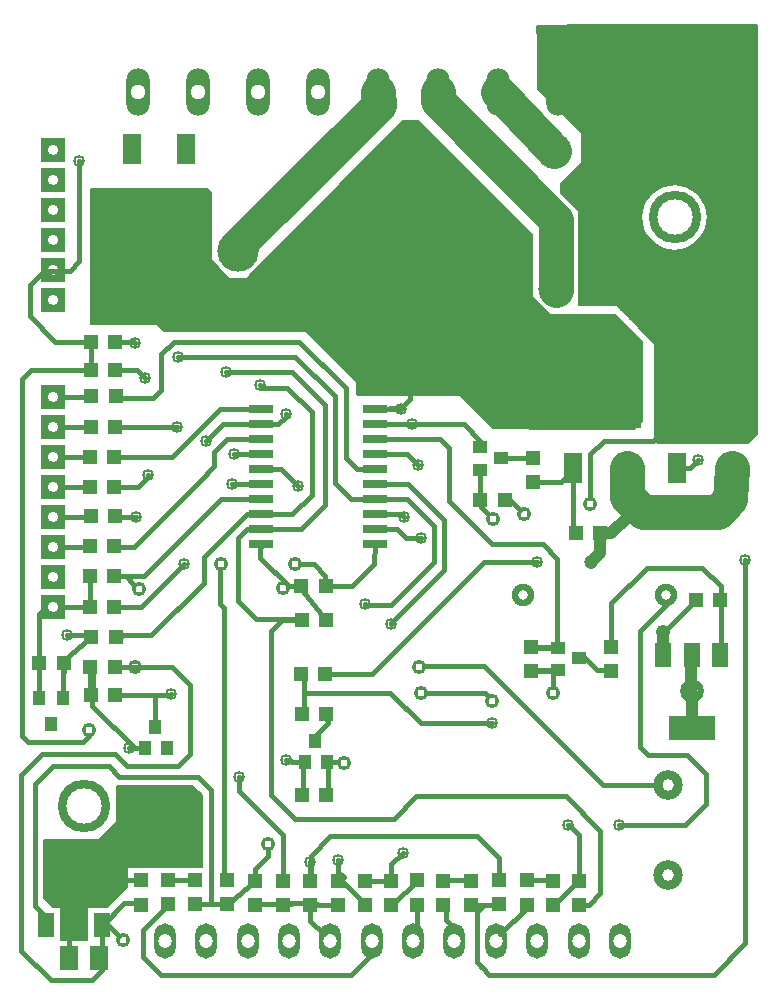
<source format=gbr>
%FSLAX23Y23*%
%MOIN*%
%ADD120O,0.07087X0.11811X0.04724*%
%ADD103O,0.07874X0.15748X0.05118*%
%ADD101R,0.08000X0.02500*%
%ADD98R,0.04000X0.04500*%
%ADD104R,0.04500X0.04000*%
%ADD93R,0.04000X0.04800*%
%ADD90R,0.04500X0.05118*%
%ADD88R,0.05118X0.04500*%
%ADD92R,0.05512X0.07874*%
%ADD96R,0.05906X0.09843*%
%ADD89R,0.06000X0.08000*%
%ADD91R,0.15748X0.07874*%
%ADD95R,0.27559X0.27559*%
%ADD10C,0.00500*%
%ADD107C,0.01800*%
%ADD110C,0.03937*%
%ADD111C,0.11811*%
%ADD100R,0.08000X0.08000X0.03543*%
%ADD109C,0.04000X0.02400*%
%ADD123C,0.04724X0.02400*%
%ADD106C,0.04800X0.02400*%
%ADD108C,0.07874X0.02400*%
%ADD105C,0.07500X0.03200*%
%ADD112C,0.07874X0.03937*%
%ADD99C,0.09843X0.03937*%
%ADD94C,0.11811X0.06000*%
%ADD97C,0.13780X0.05118*%
%ADD122C,0.17500X0.11811*%
X000Y000D02*
D02*
D10*
X121Y658D02*
Y466D01*
X152Y436*
X178*
Y324*
X266*
Y436*
X332*
X399Y502*
Y565*
X401Y567*
X649*
Y807*
X617Y838*
X366*
Y718*
X306Y658*
X121*
X178Y325D02*
X266D01*
X178Y328D02*
X266D01*
X178Y331D02*
X266D01*
X178Y334D02*
X266D01*
X178Y337D02*
X266D01*
X178Y340D02*
X266D01*
X178Y343D02*
X266D01*
X178Y346D02*
X266D01*
X178Y349D02*
X266D01*
X178Y352D02*
X266D01*
X178Y355D02*
X266D01*
X178Y358D02*
X266D01*
X178Y361D02*
X266D01*
X178Y364D02*
X266D01*
X178Y367D02*
X266D01*
X178Y370D02*
X266D01*
X178Y373D02*
X266D01*
X178Y376D02*
X266D01*
X178Y379D02*
X266D01*
X178Y382D02*
X266D01*
X178Y385D02*
X266D01*
X178Y388D02*
X266D01*
X178Y391D02*
X266D01*
X178Y394D02*
X266D01*
X178Y397D02*
X266D01*
X178Y400D02*
X266D01*
X178Y403D02*
X266D01*
X178Y406D02*
X266D01*
X178Y409D02*
X266D01*
X178Y412D02*
X266D01*
X178Y415D02*
X266D01*
X178Y418D02*
X266D01*
X178Y421D02*
X266D01*
X178Y424D02*
X266D01*
X178Y427D02*
X266D01*
X178Y430D02*
X266D01*
X178Y433D02*
X266D01*
X151Y436D02*
X332D01*
X148Y439D02*
X335D01*
X145Y442D02*
X338D01*
X142Y445D02*
X341D01*
X139Y448D02*
X344D01*
X136Y451D02*
X347D01*
X133Y454D02*
X350D01*
X130Y457D02*
X353D01*
X127Y460D02*
X356D01*
X124Y463D02*
X359D01*
X121Y466D02*
X362D01*
X121Y469D02*
X365D01*
X121Y472D02*
X368D01*
X121Y475D02*
X371D01*
X121Y478D02*
X374D01*
X121Y481D02*
X377D01*
X121Y484D02*
X380D01*
X121Y487D02*
X383D01*
X121Y490D02*
X386D01*
X121Y493D02*
X389D01*
X121Y496D02*
X392D01*
X121Y499D02*
X395D01*
X121Y502D02*
X398D01*
X121Y505D02*
X399D01*
X121Y508D02*
X399D01*
X121Y511D02*
X399D01*
X121Y514D02*
X399D01*
X121Y517D02*
X399D01*
X121Y520D02*
X399D01*
X121Y523D02*
X399D01*
X121Y526D02*
X399D01*
X121Y529D02*
X399D01*
X121Y532D02*
X399D01*
X121Y535D02*
X399D01*
X121Y538D02*
X399D01*
X121Y541D02*
X399D01*
X121Y544D02*
X399D01*
X121Y547D02*
X399D01*
X121Y550D02*
X399D01*
X121Y553D02*
X399D01*
X121Y556D02*
X399D01*
X121Y559D02*
X399D01*
X121Y562D02*
X399D01*
X121Y565D02*
X399D01*
X121Y568D02*
X649D01*
X121Y571D02*
X649D01*
X121Y574D02*
X649D01*
X121Y577D02*
X649D01*
X121Y580D02*
X649D01*
X121Y583D02*
X649D01*
X121Y586D02*
X649D01*
X121Y589D02*
X649D01*
X121Y592D02*
X649D01*
X121Y595D02*
X649D01*
X121Y598D02*
X649D01*
X121Y601D02*
X649D01*
X121Y604D02*
X649D01*
X121Y607D02*
X649D01*
X121Y610D02*
X649D01*
X121Y613D02*
X649D01*
X121Y616D02*
X649D01*
X121Y619D02*
X649D01*
X121Y622D02*
X649D01*
X121Y625D02*
X649D01*
X121Y628D02*
X649D01*
X121Y631D02*
X649D01*
X121Y634D02*
X649D01*
X121Y637D02*
X649D01*
X121Y640D02*
X649D01*
X121Y643D02*
X649D01*
X121Y646D02*
X649D01*
X121Y649D02*
X649D01*
X121Y652D02*
X649D01*
X121Y655D02*
X649D01*
X306Y658D02*
X649D01*
X309Y661D02*
X649D01*
X312Y664D02*
X649D01*
X315Y667D02*
X649D01*
X318Y670D02*
X649D01*
X321Y673D02*
X649D01*
X324Y676D02*
X649D01*
X327Y679D02*
X649D01*
X330Y682D02*
X649D01*
X333Y685D02*
X649D01*
X336Y688D02*
X649D01*
X339Y691D02*
X649D01*
X342Y694D02*
X649D01*
X345Y697D02*
X649D01*
X348Y700D02*
X649D01*
X351Y703D02*
X649D01*
X354Y706D02*
X649D01*
X357Y709D02*
X649D01*
X360Y712D02*
X649D01*
X363Y715D02*
X649D01*
X366Y718D02*
X649D01*
X366Y721D02*
X649D01*
X366Y724D02*
X649D01*
X366Y727D02*
X649D01*
X366Y730D02*
X649D01*
X366Y733D02*
X649D01*
X366Y736D02*
X649D01*
X366Y739D02*
X649D01*
X366Y742D02*
X649D01*
X366Y745D02*
X649D01*
X366Y748D02*
X649D01*
X366Y751D02*
X649D01*
X366Y754D02*
X649D01*
X366Y757D02*
X649D01*
X366Y760D02*
X649D01*
X366Y763D02*
X649D01*
X366Y766D02*
X649D01*
X366Y769D02*
X649D01*
X366Y772D02*
X649D01*
X366Y775D02*
X649D01*
X366Y778D02*
X649D01*
X366Y781D02*
X649D01*
X366Y784D02*
X649D01*
X366Y787D02*
X649D01*
X366Y790D02*
X649D01*
X366Y793D02*
X649D01*
X366Y796D02*
X649D01*
X366Y799D02*
X649D01*
X366Y802D02*
X649D01*
X366Y805D02*
X649D01*
X366Y808D02*
X647D01*
X366Y811D02*
X644D01*
X366Y814D02*
X641D01*
X366Y817D02*
X638D01*
X366Y820D02*
X635D01*
X366Y823D02*
X632D01*
X366Y826D02*
X629D01*
X366Y829D02*
X626D01*
X366Y832D02*
X623D01*
X366Y835D02*
X620D01*
X366Y838D02*
X617D01*
X280Y2379D02*
X500D01*
X523Y2356*
X1070*
X1058Y2369*
X1015Y2379*
X985Y2374*
Y2529*
X740*
X678Y2591*
Y2816*
X665Y2829*
X280*
Y2379*
X521Y2358D02*
X1069D01*
X518Y2361D02*
X1066D01*
X515Y2364D02*
X1063D01*
X512Y2367D02*
X1060D01*
X509Y2370D02*
X1054D01*
X506Y2373D02*
X1041D01*
X503Y2376D02*
X985D01*
X997D02*
X1028D01*
X280Y2379D02*
X985D01*
X280Y2382D02*
X985D01*
X280Y2385D02*
X985D01*
X280Y2388D02*
X985D01*
X280Y2391D02*
X985D01*
X280Y2394D02*
X985D01*
X280Y2397D02*
X985D01*
X280Y2400D02*
X985D01*
X280Y2403D02*
X985D01*
X280Y2406D02*
X985D01*
X280Y2409D02*
X985D01*
X280Y2412D02*
X985D01*
X280Y2415D02*
X985D01*
X280Y2418D02*
X985D01*
X280Y2421D02*
X985D01*
X280Y2424D02*
X985D01*
X280Y2427D02*
X985D01*
X280Y2430D02*
X985D01*
X280Y2433D02*
X985D01*
X280Y2436D02*
X985D01*
X280Y2439D02*
X985D01*
X280Y2442D02*
X985D01*
X280Y2445D02*
X985D01*
X280Y2448D02*
X985D01*
X280Y2451D02*
X985D01*
X280Y2454D02*
X985D01*
X280Y2457D02*
X985D01*
X280Y2460D02*
X985D01*
X280Y2463D02*
X985D01*
X280Y2466D02*
X985D01*
X280Y2469D02*
X985D01*
X280Y2472D02*
X985D01*
X280Y2475D02*
X985D01*
X280Y2478D02*
X985D01*
X280Y2481D02*
X985D01*
X280Y2484D02*
X985D01*
X280Y2487D02*
X985D01*
X280Y2490D02*
X985D01*
X280Y2493D02*
X985D01*
X280Y2496D02*
X985D01*
X280Y2499D02*
X985D01*
X280Y2502D02*
X985D01*
X280Y2505D02*
X985D01*
X280Y2508D02*
X985D01*
X280Y2511D02*
X985D01*
X280Y2514D02*
X985D01*
X280Y2517D02*
X985D01*
X280Y2520D02*
X985D01*
X280Y2523D02*
X985D01*
X280Y2526D02*
X985D01*
X280Y2529D02*
X740D01*
X280Y2532D02*
X737D01*
X280Y2535D02*
X734D01*
X280Y2538D02*
X731D01*
X280Y2541D02*
X728D01*
X280Y2544D02*
X725D01*
X280Y2547D02*
X722D01*
X280Y2550D02*
X719D01*
X280Y2553D02*
X716D01*
X280Y2556D02*
X713D01*
X280Y2559D02*
X710D01*
X280Y2562D02*
X707D01*
X280Y2565D02*
X704D01*
X280Y2568D02*
X701D01*
X280Y2571D02*
X698D01*
X280Y2574D02*
X695D01*
X280Y2577D02*
X692D01*
X280Y2580D02*
X689D01*
X280Y2583D02*
X686D01*
X280Y2586D02*
X683D01*
X280Y2589D02*
X680D01*
X280Y2592D02*
X678D01*
X280Y2595D02*
X678D01*
X280Y2598D02*
X678D01*
X280Y2601D02*
X678D01*
X280Y2604D02*
X678D01*
X280Y2607D02*
X678D01*
X280Y2610D02*
X678D01*
X280Y2613D02*
X678D01*
X280Y2616D02*
X678D01*
X280Y2619D02*
X678D01*
X280Y2622D02*
X678D01*
X280Y2625D02*
X678D01*
X280Y2628D02*
X678D01*
X280Y2631D02*
X678D01*
X280Y2634D02*
X678D01*
X280Y2637D02*
X678D01*
X280Y2640D02*
X678D01*
X280Y2643D02*
X678D01*
X280Y2646D02*
X678D01*
X280Y2649D02*
X678D01*
X280Y2652D02*
X678D01*
X280Y2655D02*
X678D01*
X280Y2658D02*
X678D01*
X280Y2661D02*
X678D01*
X280Y2664D02*
X678D01*
X280Y2667D02*
X678D01*
X280Y2670D02*
X678D01*
X280Y2673D02*
X678D01*
X280Y2676D02*
X678D01*
X280Y2679D02*
X678D01*
X280Y2682D02*
X678D01*
X280Y2685D02*
X678D01*
X280Y2688D02*
X678D01*
X280Y2691D02*
X678D01*
X280Y2694D02*
X678D01*
X280Y2697D02*
X678D01*
X280Y2700D02*
X678D01*
X280Y2703D02*
X678D01*
X280Y2706D02*
X678D01*
X280Y2709D02*
X678D01*
X280Y2712D02*
X678D01*
X280Y2715D02*
X678D01*
X280Y2718D02*
X678D01*
X280Y2721D02*
X678D01*
X280Y2724D02*
X678D01*
X280Y2727D02*
X678D01*
X280Y2730D02*
X678D01*
X280Y2733D02*
X678D01*
X280Y2736D02*
X678D01*
X280Y2739D02*
X678D01*
X280Y2742D02*
X678D01*
X280Y2745D02*
X678D01*
X280Y2748D02*
X678D01*
X280Y2751D02*
X678D01*
X280Y2754D02*
X678D01*
X280Y2757D02*
X678D01*
X280Y2760D02*
X678D01*
X280Y2763D02*
X678D01*
X280Y2766D02*
X678D01*
X280Y2769D02*
X678D01*
X280Y2772D02*
X678D01*
X280Y2775D02*
X678D01*
X280Y2778D02*
X678D01*
X280Y2781D02*
X678D01*
X280Y2784D02*
X678D01*
X280Y2787D02*
X678D01*
X280Y2790D02*
X678D01*
X280Y2793D02*
X678D01*
X280Y2796D02*
X678D01*
X280Y2799D02*
X678D01*
X280Y2802D02*
X678D01*
X280Y2805D02*
X678D01*
X280Y2808D02*
X678D01*
X280Y2811D02*
X678D01*
X280Y2814D02*
X678D01*
X280Y2817D02*
X677D01*
X280Y2820D02*
X674D01*
X280Y2823D02*
X671D01*
X280Y2826D02*
X668D01*
X2115Y2056D02*
Y2319D01*
X2025Y2409*
X1808*
X1748Y2469*
Y2674*
X1368Y3054*
X1318*
X808Y2541*
Y2539*
X750Y2481*
X978*
Y2379*
X975Y2376*
X1165Y2186*
Y2146*
X1170Y2141*
X1510*
X1620Y2031*
X1740*
X1743Y2029*
X2088*
X2115Y2056*
X1742Y2029D02*
X2088D01*
X1619Y2032D02*
X2091D01*
X1616Y2035D02*
X2094D01*
X1613Y2038D02*
X2097D01*
X1610Y2041D02*
X2100D01*
X1607Y2044D02*
X2103D01*
X1604Y2047D02*
X2106D01*
X1601Y2050D02*
X2109D01*
X1598Y2053D02*
X2112D01*
X1595Y2056D02*
X2115D01*
X1592Y2059D02*
X2115D01*
X1589Y2062D02*
X2115D01*
X1586Y2065D02*
X2115D01*
X1583Y2068D02*
X2115D01*
X1580Y2071D02*
X2115D01*
X1577Y2074D02*
X2115D01*
X1574Y2077D02*
X2115D01*
X1571Y2080D02*
X2115D01*
X1568Y2083D02*
X2115D01*
X1565Y2086D02*
X2115D01*
X1562Y2089D02*
X2115D01*
X1559Y2092D02*
X2115D01*
X1556Y2095D02*
X2115D01*
X1553Y2098D02*
X2115D01*
X1550Y2101D02*
X2115D01*
X1547Y2104D02*
X2115D01*
X1544Y2107D02*
X2115D01*
X1541Y2110D02*
X2115D01*
X1538Y2113D02*
X2115D01*
X1535Y2116D02*
X2115D01*
X1532Y2119D02*
X2115D01*
X1529Y2122D02*
X2115D01*
X1526Y2125D02*
X2115D01*
X1523Y2128D02*
X2115D01*
X1520Y2131D02*
X2115D01*
X1517Y2134D02*
X2115D01*
X1514Y2137D02*
X2115D01*
X1511Y2140D02*
X2115D01*
X1168Y2143D02*
X2115D01*
X1165Y2146D02*
X2115D01*
X1165Y2149D02*
X2115D01*
X1165Y2152D02*
X2115D01*
X1165Y2155D02*
X2115D01*
X1165Y2158D02*
X2115D01*
X1165Y2161D02*
X2115D01*
X1165Y2164D02*
X2115D01*
X1165Y2167D02*
X2115D01*
X1165Y2170D02*
X2115D01*
X1165Y2173D02*
X2115D01*
X1165Y2176D02*
X2115D01*
X1165Y2179D02*
X2115D01*
X1165Y2182D02*
X2115D01*
X1165Y2185D02*
X2115D01*
X1163Y2188D02*
X2115D01*
X1160Y2191D02*
X2115D01*
X1157Y2194D02*
X2115D01*
X1154Y2197D02*
X2115D01*
X1151Y2200D02*
X2115D01*
X1148Y2203D02*
X2115D01*
X1145Y2206D02*
X2115D01*
X1142Y2209D02*
X2115D01*
X1139Y2212D02*
X2115D01*
X1136Y2215D02*
X2115D01*
X1133Y2218D02*
X2115D01*
X1130Y2221D02*
X2115D01*
X1127Y2224D02*
X2115D01*
X1124Y2227D02*
X2115D01*
X1121Y2230D02*
X2115D01*
X1118Y2233D02*
X2115D01*
X1115Y2236D02*
X2115D01*
X1112Y2239D02*
X2115D01*
X1109Y2242D02*
X2115D01*
X1106Y2245D02*
X2115D01*
X1103Y2248D02*
X2115D01*
X1100Y2251D02*
X2115D01*
X1097Y2254D02*
X2115D01*
X1094Y2257D02*
X2115D01*
X1091Y2260D02*
X2115D01*
X1088Y2263D02*
X2115D01*
X1085Y2266D02*
X2115D01*
X1082Y2269D02*
X2115D01*
X1079Y2272D02*
X2115D01*
X1076Y2275D02*
X2115D01*
X1073Y2278D02*
X2115D01*
X1070Y2281D02*
X2115D01*
X1067Y2284D02*
X2115D01*
X1064Y2287D02*
X2115D01*
X1061Y2290D02*
X2115D01*
X1058Y2293D02*
X2115D01*
X1055Y2296D02*
X2115D01*
X1052Y2299D02*
X2115D01*
X1049Y2302D02*
X2115D01*
X1046Y2305D02*
X2115D01*
X1043Y2308D02*
X2115D01*
X1040Y2311D02*
X2115D01*
X1037Y2314D02*
X2115D01*
X1034Y2317D02*
X2115D01*
X1031Y2320D02*
X2114D01*
X1028Y2323D02*
X2111D01*
X1025Y2326D02*
X2108D01*
X1022Y2329D02*
X2105D01*
X1019Y2332D02*
X2102D01*
X1016Y2335D02*
X2099D01*
X1013Y2338D02*
X2096D01*
X1010Y2341D02*
X2093D01*
X1007Y2344D02*
X2090D01*
X1004Y2347D02*
X2087D01*
X1001Y2350D02*
X2084D01*
X998Y2353D02*
X2081D01*
X995Y2356D02*
X2078D01*
X992Y2359D02*
X2075D01*
X989Y2362D02*
X2072D01*
X986Y2365D02*
X2069D01*
X983Y2368D02*
X2066D01*
X980Y2371D02*
X2063D01*
X977Y2374D02*
X2060D01*
X976Y2377D02*
X2057D01*
X978Y2380D02*
X2054D01*
X978Y2383D02*
X2051D01*
X978Y2386D02*
X2048D01*
X978Y2389D02*
X2045D01*
X978Y2392D02*
X2042D01*
X978Y2395D02*
X2039D01*
X978Y2398D02*
X2036D01*
X978Y2401D02*
X2033D01*
X978Y2404D02*
X2030D01*
X978Y2407D02*
X2027D01*
X978Y2410D02*
X1806D01*
X978Y2413D02*
X1803D01*
X978Y2416D02*
X1800D01*
X978Y2419D02*
X1797D01*
X978Y2422D02*
X1794D01*
X978Y2425D02*
X1791D01*
X978Y2428D02*
X1788D01*
X978Y2431D02*
X1785D01*
X978Y2434D02*
X1782D01*
X978Y2437D02*
X1779D01*
X978Y2440D02*
X1776D01*
X978Y2443D02*
X1773D01*
X978Y2446D02*
X1770D01*
X978Y2449D02*
X1767D01*
X978Y2452D02*
X1764D01*
X978Y2455D02*
X1761D01*
X978Y2458D02*
X1758D01*
X978Y2461D02*
X1755D01*
X978Y2464D02*
X1752D01*
X978Y2467D02*
X1749D01*
X978Y2470D02*
X1748D01*
X978Y2473D02*
X1748D01*
X978Y2476D02*
X1748D01*
X978Y2479D02*
X1748D01*
X751Y2482D02*
X1748D01*
X754Y2485D02*
X1748D01*
X757Y2488D02*
X1748D01*
X760Y2491D02*
X1748D01*
X763Y2494D02*
X1748D01*
X766Y2497D02*
X1748D01*
X769Y2500D02*
X1748D01*
X772Y2503D02*
X1748D01*
X775Y2506D02*
X1748D01*
X778Y2509D02*
X1748D01*
X781Y2512D02*
X1748D01*
X784Y2515D02*
X1748D01*
X787Y2518D02*
X1748D01*
X790Y2521D02*
X1748D01*
X793Y2524D02*
X1748D01*
X796Y2527D02*
X1748D01*
X799Y2530D02*
X1748D01*
X802Y2533D02*
X1748D01*
X805Y2536D02*
X1748D01*
X808Y2539D02*
X1748D01*
X809Y2542D02*
X1748D01*
X812Y2545D02*
X1748D01*
X815Y2548D02*
X1748D01*
X818Y2551D02*
X1748D01*
X821Y2554D02*
X1748D01*
X824Y2557D02*
X1748D01*
X827Y2560D02*
X1748D01*
X830Y2563D02*
X1748D01*
X833Y2566D02*
X1748D01*
X836Y2569D02*
X1748D01*
X839Y2572D02*
X1748D01*
X842Y2575D02*
X1748D01*
X845Y2578D02*
X1748D01*
X848Y2581D02*
X1748D01*
X851Y2584D02*
X1748D01*
X854Y2587D02*
X1748D01*
X857Y2590D02*
X1748D01*
X860Y2593D02*
X1748D01*
X863Y2596D02*
X1748D01*
X866Y2599D02*
X1748D01*
X869Y2602D02*
X1748D01*
X872Y2605D02*
X1748D01*
X874Y2608D02*
X1748D01*
X877Y2611D02*
X1748D01*
X880Y2614D02*
X1748D01*
X883Y2617D02*
X1748D01*
X886Y2620D02*
X1748D01*
X889Y2623D02*
X1748D01*
X892Y2626D02*
X1748D01*
X895Y2629D02*
X1748D01*
X898Y2632D02*
X1748D01*
X901Y2635D02*
X1748D01*
X904Y2638D02*
X1748D01*
X907Y2641D02*
X1748D01*
X910Y2644D02*
X1748D01*
X913Y2647D02*
X1748D01*
X916Y2650D02*
X1748D01*
X919Y2653D02*
X1748D01*
X922Y2656D02*
X1748D01*
X925Y2659D02*
X1748D01*
X928Y2662D02*
X1748D01*
X931Y2665D02*
X1748D01*
X934Y2668D02*
X1748D01*
X937Y2671D02*
X1748D01*
X940Y2674D02*
X1747D01*
X943Y2677D02*
X1744D01*
X946Y2680D02*
X1741D01*
X949Y2683D02*
X1738D01*
X952Y2686D02*
X1735D01*
X955Y2689D02*
X1732D01*
X958Y2692D02*
X1729D01*
X961Y2695D02*
X1726D01*
X964Y2698D02*
X1723D01*
X967Y2701D02*
X1720D01*
X970Y2704D02*
X1717D01*
X973Y2707D02*
X1714D01*
X976Y2710D02*
X1711D01*
X979Y2713D02*
X1708D01*
X982Y2716D02*
X1705D01*
X985Y2719D02*
X1702D01*
X988Y2722D02*
X1699D01*
X991Y2725D02*
X1696D01*
X994Y2728D02*
X1693D01*
X997Y2731D02*
X1690D01*
X1000Y2734D02*
X1687D01*
X1003Y2737D02*
X1684D01*
X1006Y2740D02*
X1681D01*
X1009Y2743D02*
X1678D01*
X1012Y2746D02*
X1675D01*
X1015Y2749D02*
X1672D01*
X1018Y2752D02*
X1669D01*
X1021Y2755D02*
X1666D01*
X1024Y2758D02*
X1663D01*
X1027Y2761D02*
X1660D01*
X1030Y2764D02*
X1657D01*
X1033Y2767D02*
X1654D01*
X1036Y2770D02*
X1651D01*
X1039Y2773D02*
X1648D01*
X1042Y2776D02*
X1645D01*
X1045Y2779D02*
X1642D01*
X1048Y2782D02*
X1639D01*
X1051Y2785D02*
X1636D01*
X1054Y2788D02*
X1633D01*
X1057Y2791D02*
X1630D01*
X1060Y2794D02*
X1627D01*
X1063Y2797D02*
X1624D01*
X1066Y2800D02*
X1621D01*
X1069Y2803D02*
X1618D01*
X1072Y2806D02*
X1615D01*
X1075Y2809D02*
X1612D01*
X1077Y2812D02*
X1609D01*
X1080Y2815D02*
X1606D01*
X1083Y2818D02*
X1603D01*
X1086Y2821D02*
X1600D01*
X1089Y2824D02*
X1597D01*
X1092Y2827D02*
X1594D01*
X1095Y2830D02*
X1591D01*
X1098Y2833D02*
X1588D01*
X1101Y2836D02*
X1585D01*
X1104Y2839D02*
X1582D01*
X1107Y2842D02*
X1579D01*
X1110Y2845D02*
X1576D01*
X1113Y2848D02*
X1573D01*
X1116Y2851D02*
X1570D01*
X1119Y2854D02*
X1567D01*
X1122Y2857D02*
X1564D01*
X1125Y2860D02*
X1561D01*
X1128Y2863D02*
X1558D01*
X1131Y2866D02*
X1555D01*
X1134Y2869D02*
X1552D01*
X1137Y2872D02*
X1549D01*
X1140Y2875D02*
X1546D01*
X1143Y2878D02*
X1543D01*
X1146Y2881D02*
X1540D01*
X1149Y2884D02*
X1537D01*
X1152Y2887D02*
X1534D01*
X1155Y2890D02*
X1531D01*
X1158Y2893D02*
X1528D01*
X1161Y2896D02*
X1525D01*
X1164Y2899D02*
X1522D01*
X1167Y2902D02*
X1519D01*
X1170Y2905D02*
X1516D01*
X1173Y2908D02*
X1513D01*
X1176Y2911D02*
X1510D01*
X1179Y2914D02*
X1507D01*
X1182Y2917D02*
X1504D01*
X1185Y2920D02*
X1501D01*
X1188Y2923D02*
X1498D01*
X1191Y2926D02*
X1495D01*
X1194Y2929D02*
X1492D01*
X1197Y2932D02*
X1489D01*
X1200Y2935D02*
X1486D01*
X1203Y2938D02*
X1483D01*
X1206Y2941D02*
X1480D01*
X1209Y2944D02*
X1477D01*
X1212Y2947D02*
X1474D01*
X1215Y2950D02*
X1471D01*
X1218Y2953D02*
X1468D01*
X1221Y2956D02*
X1465D01*
X1224Y2959D02*
X1462D01*
X1227Y2962D02*
X1459D01*
X1230Y2965D02*
X1456D01*
X1233Y2968D02*
X1453D01*
X1236Y2971D02*
X1450D01*
X1239Y2974D02*
X1447D01*
X1242Y2977D02*
X1444D01*
X1245Y2980D02*
X1441D01*
X1248Y2983D02*
X1438D01*
X1251Y2986D02*
X1435D01*
X1254Y2989D02*
X1432D01*
X1257Y2992D02*
X1429D01*
X1260Y2995D02*
X1426D01*
X1263Y2998D02*
X1423D01*
X1266Y3001D02*
X1420D01*
X1269Y3004D02*
X1417D01*
X1272Y3007D02*
X1414D01*
X1275Y3010D02*
X1411D01*
X1278Y3013D02*
X1408D01*
X1280Y3016D02*
X1405D01*
X1283Y3019D02*
X1402D01*
X1286Y3022D02*
X1399D01*
X1289Y3025D02*
X1396D01*
X1292Y3028D02*
X1393D01*
X1295Y3031D02*
X1390D01*
X1298Y3034D02*
X1387D01*
X1301Y3037D02*
X1384D01*
X1304Y3040D02*
X1381D01*
X1307Y3043D02*
X1378D01*
X1310Y3046D02*
X1375D01*
X1313Y3049D02*
X1372D01*
X1316Y3052D02*
X1369D01*
X2498Y3374D02*
X1868Y3376D01*
X1863Y3371*
X1765*
Y3349*
X1768*
Y3161*
X1863Y3069*
X1915Y3016*
Y2914*
X1845Y2844*
Y2814*
X1906Y2753*
Y2676*
X2111*
Y2784*
X2172Y2845*
X2277*
X2339Y2783*
Y2682*
X2277Y2620*
X2163*
Y2622*
X2111Y2673*
X1905*
Y2442*
X2029*
Y2443*
X2160Y2312*
Y1991*
X2170Y1981*
X2468*
X2498Y2011*
Y3374*
X2170Y1982D02*
X2468D01*
X2167Y1985D02*
X2471D01*
X2164Y1988D02*
X2474D01*
X2161Y1991D02*
X2477D01*
X2160Y1994D02*
X2480D01*
X2160Y1997D02*
X2483D01*
X2160Y2000D02*
X2486D01*
X2160Y2003D02*
X2489D01*
X2160Y2006D02*
X2492D01*
X2160Y2009D02*
X2495D01*
X2160Y2012D02*
X2498D01*
X2160Y2015D02*
X2498D01*
X2160Y2018D02*
X2498D01*
X2160Y2021D02*
X2498D01*
X2160Y2024D02*
X2498D01*
X2160Y2027D02*
X2498D01*
X2160Y2030D02*
X2498D01*
X2160Y2033D02*
X2498D01*
X2160Y2036D02*
X2498D01*
X2160Y2039D02*
X2498D01*
X2160Y2042D02*
X2498D01*
X2160Y2045D02*
X2498D01*
X2160Y2048D02*
X2498D01*
X2160Y2051D02*
X2498D01*
X2160Y2054D02*
X2498D01*
X2160Y2057D02*
X2498D01*
X2160Y2060D02*
X2498D01*
X2160Y2063D02*
X2498D01*
X2160Y2066D02*
X2498D01*
X2160Y2069D02*
X2498D01*
X2160Y2072D02*
X2498D01*
X2160Y2075D02*
X2498D01*
X2160Y2078D02*
X2498D01*
X2160Y2081D02*
X2498D01*
X2160Y2084D02*
X2498D01*
X2160Y2087D02*
X2498D01*
X2160Y2090D02*
X2498D01*
X2160Y2093D02*
X2498D01*
X2160Y2096D02*
X2498D01*
X2160Y2099D02*
X2498D01*
X2160Y2102D02*
X2498D01*
X2160Y2105D02*
X2498D01*
X2160Y2108D02*
X2498D01*
X2160Y2111D02*
X2498D01*
X2160Y2114D02*
X2498D01*
X2160Y2117D02*
X2498D01*
X2160Y2120D02*
X2498D01*
X2160Y2123D02*
X2498D01*
X2160Y2126D02*
X2498D01*
X2160Y2129D02*
X2498D01*
X2160Y2132D02*
X2498D01*
X2160Y2135D02*
X2498D01*
X2160Y2138D02*
X2498D01*
X2160Y2141D02*
X2498D01*
X2160Y2144D02*
X2498D01*
X2160Y2147D02*
X2498D01*
X2160Y2150D02*
X2498D01*
X2160Y2153D02*
X2498D01*
X2160Y2156D02*
X2498D01*
X2160Y2159D02*
X2498D01*
X2160Y2162D02*
X2498D01*
X2160Y2165D02*
X2498D01*
X2160Y2168D02*
X2498D01*
X2160Y2171D02*
X2498D01*
X2160Y2174D02*
X2498D01*
X2160Y2177D02*
X2498D01*
X2160Y2180D02*
X2498D01*
X2160Y2183D02*
X2498D01*
X2160Y2186D02*
X2498D01*
X2160Y2189D02*
X2498D01*
X2160Y2192D02*
X2498D01*
X2160Y2195D02*
X2498D01*
X2160Y2198D02*
X2498D01*
X2160Y2201D02*
X2498D01*
X2160Y2204D02*
X2498D01*
X2160Y2207D02*
X2498D01*
X2160Y2210D02*
X2498D01*
X2160Y2213D02*
X2498D01*
X2160Y2216D02*
X2498D01*
X2160Y2219D02*
X2498D01*
X2160Y2222D02*
X2498D01*
X2160Y2225D02*
X2498D01*
X2160Y2228D02*
X2498D01*
X2160Y2231D02*
X2498D01*
X2160Y2234D02*
X2498D01*
X2160Y2237D02*
X2498D01*
X2160Y2240D02*
X2498D01*
X2160Y2243D02*
X2498D01*
X2160Y2246D02*
X2498D01*
X2160Y2249D02*
X2498D01*
X2160Y2252D02*
X2498D01*
X2160Y2255D02*
X2498D01*
X2160Y2258D02*
X2498D01*
X2160Y2261D02*
X2498D01*
X2160Y2264D02*
X2498D01*
X2160Y2267D02*
X2498D01*
X2160Y2270D02*
X2498D01*
X2160Y2273D02*
X2498D01*
X2160Y2276D02*
X2498D01*
X2160Y2279D02*
X2498D01*
X2160Y2282D02*
X2498D01*
X2160Y2285D02*
X2498D01*
X2160Y2288D02*
X2498D01*
X2160Y2291D02*
X2498D01*
X2160Y2294D02*
X2498D01*
X2160Y2297D02*
X2498D01*
X2160Y2300D02*
X2498D01*
X2160Y2303D02*
X2498D01*
X2160Y2306D02*
X2498D01*
X2160Y2309D02*
X2498D01*
X2160Y2312D02*
X2498D01*
X2158Y2315D02*
X2498D01*
X2155Y2318D02*
X2498D01*
X2152Y2321D02*
X2498D01*
X2149Y2324D02*
X2498D01*
X2146Y2327D02*
X2498D01*
X2143Y2330D02*
X2498D01*
X2140Y2333D02*
X2498D01*
X2137Y2336D02*
X2498D01*
X2134Y2339D02*
X2498D01*
X2131Y2342D02*
X2498D01*
X2128Y2345D02*
X2498D01*
X2125Y2348D02*
X2498D01*
X2122Y2351D02*
X2498D01*
X2119Y2354D02*
X2498D01*
X2116Y2357D02*
X2498D01*
X2113Y2360D02*
X2498D01*
X2110Y2363D02*
X2498D01*
X2107Y2366D02*
X2498D01*
X2104Y2369D02*
X2498D01*
X2101Y2372D02*
X2498D01*
X2098Y2375D02*
X2498D01*
X2095Y2378D02*
X2498D01*
X2092Y2381D02*
X2498D01*
X2089Y2384D02*
X2498D01*
X2086Y2387D02*
X2498D01*
X2083Y2390D02*
X2498D01*
X2080Y2393D02*
X2498D01*
X2077Y2396D02*
X2498D01*
X2074Y2399D02*
X2498D01*
X2071Y2402D02*
X2498D01*
X2068Y2405D02*
X2498D01*
X2065Y2408D02*
X2498D01*
X2062Y2411D02*
X2498D01*
X2059Y2414D02*
X2498D01*
X2056Y2417D02*
X2498D01*
X2053Y2420D02*
X2498D01*
X2050Y2423D02*
X2498D01*
X2047Y2426D02*
X2498D01*
X2044Y2429D02*
X2498D01*
X2041Y2432D02*
X2498D01*
X2038Y2435D02*
X2498D01*
X2035Y2438D02*
X2498D01*
X2032Y2441D02*
X2498D01*
X1905Y2444D02*
X2498D01*
X1905Y2447D02*
X2498D01*
X1905Y2450D02*
X2498D01*
X1905Y2453D02*
X2498D01*
X1905Y2456D02*
X2498D01*
X1905Y2459D02*
X2498D01*
X1905Y2462D02*
X2498D01*
X1905Y2465D02*
X2498D01*
X1905Y2468D02*
X2498D01*
X1905Y2471D02*
X2498D01*
X1905Y2474D02*
X2498D01*
X1905Y2477D02*
X2498D01*
X1905Y2480D02*
X2498D01*
X1905Y2483D02*
X2498D01*
X1905Y2486D02*
X2498D01*
X1905Y2489D02*
X2498D01*
X1905Y2492D02*
X2498D01*
X1905Y2495D02*
X2498D01*
X1905Y2498D02*
X2498D01*
X1905Y2501D02*
X2498D01*
X1905Y2504D02*
X2498D01*
X1905Y2507D02*
X2498D01*
X1905Y2510D02*
X2498D01*
X1905Y2513D02*
X2498D01*
X1905Y2516D02*
X2498D01*
X1905Y2519D02*
X2498D01*
X1905Y2522D02*
X2498D01*
X1905Y2525D02*
X2498D01*
X1905Y2528D02*
X2498D01*
X1905Y2531D02*
X2498D01*
X1905Y2534D02*
X2498D01*
X1905Y2537D02*
X2498D01*
X1905Y2540D02*
X2498D01*
X1905Y2543D02*
X2498D01*
X1905Y2546D02*
X2498D01*
X1905Y2549D02*
X2498D01*
X1905Y2552D02*
X2498D01*
X1905Y2555D02*
X2498D01*
X1905Y2558D02*
X2498D01*
X1905Y2561D02*
X2498D01*
X1905Y2564D02*
X2498D01*
X1905Y2567D02*
X2498D01*
X1905Y2570D02*
X2498D01*
X1905Y2573D02*
X2498D01*
X1905Y2576D02*
X2498D01*
X1905Y2579D02*
X2498D01*
X1905Y2582D02*
X2498D01*
X1905Y2585D02*
X2498D01*
X1905Y2588D02*
X2498D01*
X1905Y2591D02*
X2498D01*
X1905Y2594D02*
X2498D01*
X1905Y2597D02*
X2498D01*
X1905Y2600D02*
X2498D01*
X1905Y2603D02*
X2498D01*
X1905Y2606D02*
X2498D01*
X1905Y2609D02*
X2498D01*
X1905Y2612D02*
X2498D01*
X1905Y2615D02*
X2498D01*
X1905Y2618D02*
X2498D01*
X1905Y2621D02*
X2163D01*
X2278D02*
X2498D01*
X1905Y2624D02*
X2161D01*
X2281D02*
X2498D01*
X1905Y2627D02*
X2158D01*
X2284D02*
X2498D01*
X1905Y2630D02*
X2155D01*
X2287D02*
X2498D01*
X1905Y2633D02*
X2152D01*
X2290D02*
X2498D01*
X1905Y2636D02*
X2149D01*
X2293D02*
X2498D01*
X1905Y2639D02*
X2146D01*
X2296D02*
X2498D01*
X1905Y2642D02*
X2143D01*
X2299D02*
X2498D01*
X1905Y2645D02*
X2140D01*
X2302D02*
X2498D01*
X1905Y2648D02*
X2137D01*
X2305D02*
X2498D01*
X1905Y2651D02*
X2134D01*
X2308D02*
X2498D01*
X1905Y2654D02*
X2131D01*
X2311D02*
X2498D01*
X1905Y2657D02*
X2128D01*
X2314D02*
X2498D01*
X1905Y2660D02*
X2125D01*
X2317D02*
X2498D01*
X1905Y2663D02*
X2122D01*
X2320D02*
X2498D01*
X1905Y2666D02*
X2119D01*
X2323D02*
X2498D01*
X1905Y2669D02*
X2116D01*
X2326D02*
X2498D01*
X1905Y2672D02*
X2113D01*
X2329D02*
X2498D01*
X2332Y2675D02*
X2498D01*
X1906Y2678D02*
X2111D01*
X2335D02*
X2498D01*
X1906Y2681D02*
X2111D01*
X2338D02*
X2498D01*
X1906Y2684D02*
X2111D01*
X2339D02*
X2498D01*
X1906Y2687D02*
X2111D01*
X2339D02*
X2498D01*
X1906Y2690D02*
X2111D01*
X2339D02*
X2498D01*
X1906Y2693D02*
X2111D01*
X2339D02*
X2498D01*
X1906Y2696D02*
X2111D01*
X2339D02*
X2498D01*
X1906Y2699D02*
X2111D01*
X2339D02*
X2498D01*
X1906Y2702D02*
X2111D01*
X2339D02*
X2498D01*
X1906Y2705D02*
X2111D01*
X2339D02*
X2498D01*
X1906Y2708D02*
X2111D01*
X2339D02*
X2498D01*
X1906Y2711D02*
X2111D01*
X2339D02*
X2498D01*
X1906Y2714D02*
X2111D01*
X2339D02*
X2498D01*
X1906Y2717D02*
X2111D01*
X2339D02*
X2498D01*
X1906Y2720D02*
X2111D01*
X2339D02*
X2498D01*
X1906Y2723D02*
X2111D01*
X2339D02*
X2498D01*
X1906Y2726D02*
X2111D01*
X2339D02*
X2498D01*
X1906Y2729D02*
X2111D01*
X2339D02*
X2498D01*
X1906Y2732D02*
X2111D01*
X2339D02*
X2498D01*
X1906Y2735D02*
X2111D01*
X2339D02*
X2498D01*
X1906Y2738D02*
X2111D01*
X2339D02*
X2498D01*
X1906Y2741D02*
X2111D01*
X2339D02*
X2498D01*
X1906Y2744D02*
X2111D01*
X2339D02*
X2498D01*
X1906Y2747D02*
X2111D01*
X2339D02*
X2498D01*
X1906Y2750D02*
X2111D01*
X2339D02*
X2498D01*
X1906Y2753D02*
X2111D01*
X2339D02*
X2498D01*
X1904Y2756D02*
X2111D01*
X2339D02*
X2498D01*
X1901Y2759D02*
X2111D01*
X2339D02*
X2498D01*
X1898Y2762D02*
X2111D01*
X2339D02*
X2498D01*
X1895Y2765D02*
X2111D01*
X2339D02*
X2498D01*
X1892Y2768D02*
X2111D01*
X2339D02*
X2498D01*
X1889Y2771D02*
X2111D01*
X2339D02*
X2498D01*
X1886Y2774D02*
X2111D01*
X2339D02*
X2498D01*
X1883Y2777D02*
X2111D01*
X2339D02*
X2498D01*
X1880Y2780D02*
X2111D01*
X2339D02*
X2498D01*
X1877Y2783D02*
X2111D01*
X2339D02*
X2498D01*
X1874Y2786D02*
X2113D01*
X2336D02*
X2498D01*
X1871Y2789D02*
X2116D01*
X2333D02*
X2498D01*
X1868Y2792D02*
X2119D01*
X2330D02*
X2498D01*
X1865Y2795D02*
X2122D01*
X2327D02*
X2498D01*
X1862Y2798D02*
X2125D01*
X2324D02*
X2498D01*
X1859Y2801D02*
X2128D01*
X2321D02*
X2498D01*
X1856Y2804D02*
X2131D01*
X2318D02*
X2498D01*
X1853Y2807D02*
X2134D01*
X2315D02*
X2498D01*
X1850Y2810D02*
X2137D01*
X2312D02*
X2498D01*
X1847Y2813D02*
X2140D01*
X2309D02*
X2498D01*
X1845Y2816D02*
X2143D01*
X2306D02*
X2498D01*
X1845Y2819D02*
X2146D01*
X2303D02*
X2498D01*
X1845Y2822D02*
X2149D01*
X2300D02*
X2498D01*
X1845Y2825D02*
X2152D01*
X2297D02*
X2498D01*
X1845Y2828D02*
X2155D01*
X2294D02*
X2498D01*
X1845Y2831D02*
X2158D01*
X2291D02*
X2498D01*
X1845Y2834D02*
X2161D01*
X2288D02*
X2498D01*
X1845Y2837D02*
X2164D01*
X2285D02*
X2498D01*
X1845Y2840D02*
X2167D01*
X2282D02*
X2498D01*
X1845Y2843D02*
X2170D01*
X2279D02*
X2498D01*
X1847Y2846D02*
X2498D01*
X1850Y2849D02*
X2498D01*
X1853Y2852D02*
X2498D01*
X1856Y2855D02*
X2498D01*
X1859Y2858D02*
X2498D01*
X1862Y2861D02*
X2498D01*
X1865Y2864D02*
X2498D01*
X1868Y2867D02*
X2498D01*
X1871Y2870D02*
X2498D01*
X1874Y2873D02*
X2498D01*
X1877Y2876D02*
X2498D01*
X1880Y2879D02*
X2498D01*
X1883Y2882D02*
X2498D01*
X1886Y2885D02*
X2498D01*
X1889Y2888D02*
X2498D01*
X1892Y2891D02*
X2498D01*
X1895Y2894D02*
X2498D01*
X1898Y2897D02*
X2498D01*
X1901Y2900D02*
X2498D01*
X1904Y2903D02*
X2498D01*
X1907Y2906D02*
X2498D01*
X1910Y2909D02*
X2498D01*
X1913Y2912D02*
X2498D01*
X1915Y2915D02*
X2498D01*
X1915Y2918D02*
X2498D01*
X1915Y2921D02*
X2498D01*
X1915Y2924D02*
X2498D01*
X1915Y2927D02*
X2498D01*
X1915Y2930D02*
X2498D01*
X1915Y2933D02*
X2498D01*
X1915Y2936D02*
X2498D01*
X1915Y2939D02*
X2498D01*
X1915Y2942D02*
X2498D01*
X1915Y2945D02*
X2498D01*
X1915Y2948D02*
X2498D01*
X1915Y2951D02*
X2498D01*
X1915Y2954D02*
X2498D01*
X1915Y2957D02*
X2498D01*
X1915Y2960D02*
X2498D01*
X1915Y2963D02*
X2498D01*
X1915Y2966D02*
X2498D01*
X1915Y2969D02*
X2498D01*
X1915Y2972D02*
X2498D01*
X1915Y2975D02*
X2498D01*
X1915Y2978D02*
X2498D01*
X1915Y2981D02*
X2498D01*
X1915Y2984D02*
X2498D01*
X1915Y2987D02*
X2498D01*
X1915Y2990D02*
X2498D01*
X1915Y2993D02*
X2498D01*
X1915Y2996D02*
X2498D01*
X1915Y2999D02*
X2498D01*
X1915Y3002D02*
X2498D01*
X1915Y3005D02*
X2498D01*
X1915Y3008D02*
X2498D01*
X1915Y3011D02*
X2498D01*
X1915Y3014D02*
X2498D01*
X1915Y3017D02*
X2498D01*
X1912Y3020D02*
X2498D01*
X1909Y3023D02*
X2498D01*
X1906Y3026D02*
X2498D01*
X1903Y3029D02*
X2498D01*
X1900Y3032D02*
X2498D01*
X1897Y3035D02*
X2498D01*
X1894Y3038D02*
X2498D01*
X1891Y3041D02*
X2498D01*
X1888Y3044D02*
X2498D01*
X1885Y3047D02*
X2498D01*
X1882Y3050D02*
X2498D01*
X1879Y3053D02*
X2498D01*
X1876Y3056D02*
X2498D01*
X1873Y3059D02*
X2498D01*
X1870Y3062D02*
X2498D01*
X1867Y3065D02*
X2498D01*
X1864Y3068D02*
X2498D01*
X1861Y3071D02*
X2498D01*
X1858Y3074D02*
X2498D01*
X1855Y3077D02*
X2498D01*
X1852Y3080D02*
X2498D01*
X1848Y3083D02*
X2498D01*
X1845Y3086D02*
X2498D01*
X1842Y3089D02*
X2498D01*
X1839Y3092D02*
X2498D01*
X1836Y3095D02*
X2498D01*
X1833Y3098D02*
X2498D01*
X1830Y3101D02*
X2498D01*
X1827Y3104D02*
X2498D01*
X1824Y3107D02*
X2498D01*
X1821Y3110D02*
X2498D01*
X1818Y3113D02*
X2498D01*
X1815Y3116D02*
X2498D01*
X1811Y3119D02*
X2498D01*
X1808Y3122D02*
X2498D01*
X1805Y3125D02*
X2498D01*
X1802Y3128D02*
X2498D01*
X1799Y3131D02*
X2498D01*
X1796Y3134D02*
X2498D01*
X1793Y3137D02*
X2498D01*
X1790Y3140D02*
X2498D01*
X1787Y3143D02*
X2498D01*
X1784Y3146D02*
X2498D01*
X1781Y3149D02*
X2498D01*
X1778Y3152D02*
X2498D01*
X1774Y3155D02*
X2498D01*
X1771Y3158D02*
X2498D01*
X1768Y3161D02*
X2498D01*
X1768Y3164D02*
X2498D01*
X1768Y3167D02*
X2498D01*
X1768Y3170D02*
X2498D01*
X1768Y3173D02*
X2498D01*
X1768Y3176D02*
X2498D01*
X1768Y3179D02*
X2498D01*
X1768Y3182D02*
X2498D01*
X1768Y3185D02*
X2498D01*
X1768Y3188D02*
X2498D01*
X1768Y3191D02*
X2498D01*
X1768Y3194D02*
X2498D01*
X1768Y3197D02*
X2498D01*
X1768Y3200D02*
X2498D01*
X1768Y3203D02*
X2498D01*
X1768Y3206D02*
X2498D01*
X1768Y3209D02*
X2498D01*
X1768Y3212D02*
X2498D01*
X1768Y3215D02*
X2498D01*
X1768Y3218D02*
X2498D01*
X1768Y3221D02*
X2498D01*
X1768Y3224D02*
X2498D01*
X1768Y3227D02*
X2498D01*
X1768Y3230D02*
X2498D01*
X1768Y3233D02*
X2498D01*
X1768Y3236D02*
X2498D01*
X1768Y3239D02*
X2498D01*
X1768Y3242D02*
X2498D01*
X1768Y3245D02*
X2498D01*
X1768Y3248D02*
X2498D01*
X1768Y3251D02*
X2498D01*
X1768Y3254D02*
X2498D01*
X1768Y3257D02*
X2498D01*
X1768Y3260D02*
X2498D01*
X1768Y3263D02*
X2498D01*
X1768Y3266D02*
X2498D01*
X1768Y3269D02*
X2498D01*
X1768Y3272D02*
X2498D01*
X1768Y3275D02*
X2498D01*
X1768Y3278D02*
X2498D01*
X1768Y3281D02*
X2498D01*
X1768Y3284D02*
X2498D01*
X1768Y3287D02*
X2498D01*
X1768Y3290D02*
X2498D01*
X1768Y3293D02*
X2498D01*
X1768Y3296D02*
X2498D01*
X1768Y3299D02*
X2498D01*
X1768Y3302D02*
X2498D01*
X1768Y3305D02*
X2498D01*
X1768Y3308D02*
X2498D01*
X1768Y3311D02*
X2498D01*
X1768Y3314D02*
X2498D01*
X1768Y3317D02*
X2498D01*
X1768Y3320D02*
X2498D01*
X1768Y3323D02*
X2498D01*
X1768Y3326D02*
X2498D01*
X1768Y3329D02*
X2498D01*
X1768Y3332D02*
X2498D01*
X1768Y3335D02*
X2498D01*
X1768Y3338D02*
X2498D01*
X1768Y3341D02*
X2498D01*
X1768Y3344D02*
X2498D01*
X1768Y3347D02*
X2498D01*
X1765Y3350D02*
X2498D01*
X1765Y3353D02*
X2498D01*
X1765Y3356D02*
X2498D01*
X1765Y3359D02*
X2498D01*
X1765Y3362D02*
X2498D01*
X1765Y3365D02*
X2498D01*
X1765Y3368D02*
X2498D01*
X1765Y3371D02*
X2498D01*
X1865Y3374D02*
X2498D01*
D02*
D88*
X446Y523D03*
X446Y442D03*
X537Y525D03*
X537Y444D03*
X624Y524D03*
X624Y443D03*
X733Y523D03*
X733Y443D03*
X825Y522D03*
X825Y442D03*
X918Y522D03*
X918Y442D03*
X1009Y522D03*
X1009Y442D03*
X1102Y522D03*
X1102Y442D03*
X1193Y522D03*
X1193Y442D03*
X1280Y522D03*
X1280Y442D03*
X1367Y523D03*
X1367Y442D03*
X1453Y522D03*
X1453Y442D03*
X1544Y522D03*
X1544Y441D03*
X1639Y523D03*
X1639Y443D03*
X1732Y523D03*
X1732Y442D03*
X1745Y1301D03*
X1745Y1220D03*
X1751Y1930D03*
X1751Y1850D03*
X1820Y522D03*
X1820Y442D03*
X1907Y522D03*
X1907Y442D03*
X2013Y1301D03*
X2013Y1221D03*
D02*
D89*
X204Y265D03*
X304Y266D03*
D02*
D90*
X107Y1248D03*
X188Y1248D03*
X275Y1934D03*
X276Y1436D03*
X277Y1537D03*
X277Y1836D03*
X277Y1637D03*
X277Y1233D03*
X278Y2224D03*
X278Y1142D03*
Y2319D03*
X278Y2034D03*
X279Y1737D03*
X280Y1334D03*
Y2137D03*
X356Y1934D03*
X356Y1436D03*
X357Y1537D03*
X357Y1836D03*
X357Y1637D03*
X358Y1233D03*
X358Y2224D03*
X358Y1142D03*
Y2319D03*
X359Y2034D03*
X359Y1737D03*
X361Y1334D03*
Y2137D03*
X980Y1211D03*
X980Y1503D03*
X983Y809D03*
Y1077D03*
Y1392D03*
X1060Y1211D03*
X1061Y1503D03*
X1063Y809D03*
Y1077D03*
Y1392D03*
X1577Y1791D03*
X1658Y1791D03*
X1894Y1680D03*
X1975Y1680D03*
X2296Y1457D03*
X2377Y1457D03*
D02*
D91*
X222Y621D03*
X2281Y1031D03*
D02*
D92*
X128Y376D03*
X223D03*
X317D03*
X2187Y1276D03*
X2281D03*
X2376D03*
D02*
D93*
X105Y1132D03*
X145Y1045D03*
X185Y1132D03*
D02*
D94*
X1823Y2953D03*
X1830Y2493D03*
X2423Y2953D03*
X2430Y2493D03*
D02*
D95*
X505Y2689D03*
X1975Y2169D03*
X2323D03*
D02*
D96*
X414Y2961D03*
X595D03*
X1886Y1897D03*
X2067D03*
X2233D03*
X2414D03*
D02*
D97*
X769Y2622D03*
X1669D03*
D02*
D98*
X458Y964D03*
X493Y1034D03*
X533Y964D03*
X992Y918D03*
X1027Y988D03*
X1067Y918D03*
D02*
D99*
X2203Y542D03*
Y842D03*
D02*
D100*
X153Y1436D03*
Y1536D03*
Y1636D03*
Y1736D03*
Y1836D03*
Y1936D03*
Y2036D03*
Y2136D03*
X153Y2459D03*
Y2559D03*
Y2659D03*
Y2759D03*
Y2859D03*
Y2959D03*
D02*
D101*
X844Y1644D03*
Y1694D03*
Y1744D03*
Y1794D03*
Y1844D03*
Y1894D03*
Y1944D03*
Y1994D03*
Y2044D03*
Y2094D03*
X1224Y1644D03*
Y1694D03*
Y1744D03*
Y1794D03*
Y1844D03*
Y1894D03*
Y1944D03*
Y1994D03*
Y2044D03*
Y2094D03*
D02*
D103*
X435Y3151D03*
X635D03*
X835D03*
X1035D03*
X1235D03*
X1435D03*
X1635D03*
X1835D03*
X2035D03*
D02*
D104*
X1577Y1892D03*
Y1967D03*
X1647Y1932D03*
X1835Y1224D03*
Y1299D03*
X1905Y1264D03*
D02*
D105*
X1720Y1476D03*
X2195D03*
D02*
D106*
X273Y1024D03*
X386Y324D03*
X425Y1234D03*
X438Y1494D03*
X713Y1579D03*
X869Y646D03*
X918Y1499D03*
X960Y1577D03*
X1123Y914D03*
X1373Y1234D03*
X1378Y1149D03*
X1617Y1122D03*
X1618Y1729D03*
X1723Y1744D03*
X1818Y1149D03*
X1943Y1779D03*
X2185Y1352D03*
D02*
D107*
X107Y1248D02*
Y1411D01*
X127Y1430*
X107Y1248D02*
Y1241D01*
X103Y1236*
X100Y1246*
X105Y1241*
Y1132*
X128Y376D02*
Y402D01*
X092Y439*
Y844*
X152Y904*
X338*
X373Y869*
X636*
X679Y826*
Y444*
X668*
Y443*
X624*
X185Y1132D02*
Y1254D01*
X280Y1334*
X188Y1248D02*
Y1219D01*
X185Y1216*
Y1132*
X198Y1341D02*
X268D01*
X270Y1339*
X273*
X280Y1334*
X204Y265D02*
Y347D01*
X233Y376*
X223Y376*
X205Y2554D02*
X132D01*
X133Y2553*
X156*
X208Y2554*
X240Y2588*
Y2921*
X222Y621D02*
X233D01*
Y525*
X449*
X439Y526*
X446*
Y523*
X230Y499D02*
X233Y484*
Y381D01*
X238Y376*
X223Y376*
X233Y484D02*
Y621D01*
X235Y624*
X240*
X222Y621*
X272Y1003D02*
X253Y984D01*
X069*
X050Y1003*
Y2194*
X080Y2224*
X197*
X197Y2224*
X278*
X275Y1934D02*
Y1934D01*
X275Y1934*
X179*
X276Y1436D02*
X276D01*
X275Y1436*
X179Y1436*
X277Y1537D02*
Y1537D01*
X275Y1536*
X276Y1436*
X277Y1836D02*
X278D01*
X278Y1836*
X179Y1836*
X277Y1637D02*
X277D01*
X278Y1636*
X179Y1636*
X277Y1233D02*
Y1134D01*
X280Y1131*
X278Y1142*
X278Y2224D02*
Y2231D01*
X278Y2231*
X275Y2229*
X278Y2224*
X278Y2224*
Y2224*
X278Y2319D02*
X158D01*
X074Y2404*
Y2508*
X124Y2559*
X126*
X278Y2319D02*
Y2231D01*
X278Y2034D02*
X278D01*
X278Y2034*
X179*
X279Y1737D02*
Y1734D01*
X278Y1734*
X179*
X280Y2137D02*
X278D01*
X278Y2136*
X179Y2136*
X317Y376D02*
Y271D01*
X314Y267*
X304Y266*
X317Y376D02*
X320Y376D01*
Y345*
X316Y341*
Y225*
X281Y190*
X144*
X046Y289*
Y874*
X116Y944*
X358*
X398Y904*
X568*
X608Y944*
Y1174*
X548Y1234*
X358*
Y1233*
X356Y1934D02*
X548D01*
X708Y2094*
X835*
X838Y2096*
X844Y2094*
X356Y1436D02*
X446D01*
X588Y1579*
X357Y1537D02*
X394D01*
X423Y1508*
X357Y1537D02*
X457D01*
X713Y1794*
X844Y1794*
X357Y1836D02*
Y1834D01*
X437*
X470Y1867*
Y1874*
X358Y2224D02*
X431D01*
X458Y2197*
X358Y1142D02*
X542D01*
X546Y1146*
X359Y2034D02*
X563D01*
X565Y2036*
X371Y339D02*
X337Y374D01*
X320*
X317Y376*
X404Y1234D02*
X360D01*
X358Y1231*
X357Y1232*
X358*
Y1233*
X425Y2314D02*
Y2316D01*
X423Y2319*
X358Y2319*
X428Y1734D02*
X368D01*
X358Y1724*
X359Y1737*
X446Y442D02*
Y447D01*
X390*
X320Y376*
X317*
X458Y964D02*
X405D01*
X458D02*
X425D01*
X283Y1106*
Y1121*
X286Y1124*
Y1239*
X288Y1241*
X274Y1231*
X277*
Y1233*
X493Y1034D02*
Y1139D01*
X491Y1141*
X378*
X358Y1142*
X505Y2689D02*
X516D01*
X522Y2683*
X505Y2689D02*
Y2689D01*
X510Y2693*
X537Y525D02*
Y525D01*
X620*
X627Y519*
X636*
X624Y524*
X537Y444D02*
X539D01*
Y445*
X452Y359*
Y268*
X513Y207*
X1145*
X1217Y279*
Y289*
X663Y1989D02*
X718Y2044D01*
X848*
X844Y2044*
X709Y1558D02*
Y1443D01*
X723Y1430*
Y538*
X733Y527*
Y523*
X733Y523*
X733Y443D02*
X737D01*
Y445*
X829Y526*
Y522*
X825*
X733Y443D02*
X724D01*
X723Y444*
X624Y443*
X755Y1944D02*
X758D01*
X844Y1944*
X825Y522D02*
X826D01*
Y560*
X870Y604*
Y625*
X843Y2173D02*
X849Y2166D01*
X933*
X1015Y2086*
Y1809*
X950Y1744*
X880*
Y1744*
X844*
Y1644D02*
X848Y1639D01*
X843Y1634*
Y1598*
X938Y1503*
X973*
X978Y1499*
X983Y1503*
X988Y1499*
X980Y1503*
X844Y1694D02*
X979D01*
X1058Y1774*
Y2109*
X948Y2219*
X728*
X844Y1694D02*
X799D01*
X768Y1664*
Y1454*
X828Y1394*
X973*
X983Y1392*
X844Y1744D02*
Y1744D01*
X798*
X654Y1600*
Y1515*
X480Y1341*
X380*
X375Y1336*
X383Y1339*
X361Y1334*
X844Y1844D02*
X752D01*
X750Y1846*
X844Y1894D02*
X912D01*
X968Y1839*
X844Y1994D02*
Y1994D01*
X733*
X690Y1951*
Y1904*
X643Y1856*
Y1856*
X423Y1636*
X399Y1636*
X380*
X357Y1637*
X918Y522D02*
Y676D01*
X772Y822*
X772Y822*
Y868*
X918Y442D02*
Y447D01*
X1027*
X1029Y444*
X1031*
X1028Y442*
X1009*
X918D02*
Y443D01*
X947Y446*
X824*
X814Y437*
X828*
X825Y442*
X928Y2077D02*
Y2069D01*
X903Y2044*
X844Y2044*
X980Y1211D02*
X988Y1211D01*
Y1159*
X993Y1149*
X1277*
X1378Y1049*
X1616*
X980Y1503D02*
X938D01*
X980D02*
Y1496D01*
X980Y1496*
X1063Y1392*
X981Y1577D02*
X1023D01*
X1060Y1539*
Y1529*
X1061Y1503*
X983Y1077D02*
X988D01*
Y1205*
X988Y1205*
Y1206*
X980Y1211*
X992Y918D02*
Y919D01*
X948*
X943Y924*
X928*
X992Y918D02*
Y916D01*
X993Y924*
X985Y916*
X983*
X988Y921*
X990Y916*
X984*
X984Y812*
X983*
Y809*
X1009Y442D02*
Y389D01*
X1054Y345*
X1009Y442D02*
X1102D01*
X1103Y441*
X1102Y442*
X1010Y586D02*
X1010Y548D01*
Y559*
X1009Y522*
X1027Y988D02*
X1026D01*
X1025Y989*
Y1004*
X1070Y1049*
X1063Y1077*
X1061Y1503D02*
Y1504D01*
X1148*
X1223Y1579*
X1224Y1644*
X1067Y918D02*
X1102D01*
X1067D02*
X1068D01*
X1070Y916*
Y824*
X1063Y809*
X1102Y522D02*
X1115D01*
X1188Y449*
X1193Y442*
X1103Y591D02*
Y552D01*
X1122Y534*
X1102Y522*
X1193Y522D02*
X1286D01*
X1286Y522*
X1280Y522*
X1224Y1744D02*
X1312D01*
X1323Y1734*
X1224Y1794D02*
X1308Y1794D01*
X1333*
X1423Y1704*
Y1585*
X1278Y1440*
X1193*
Y1444*
X1224Y1794D02*
X1185Y1794D01*
X1146*
X1091Y1849*
Y2138*
X960Y2269*
X568*
X1224Y1894D02*
X1164D01*
X1128Y1931*
Y2164*
X973Y2319*
X554*
X513Y2279*
Y2159*
X485Y2131*
X353*
X361Y2137*
X1224Y1944D02*
X1332D01*
X1368Y1909*
X1224Y2094D02*
X1312D01*
Y2096*
X1278Y1379D02*
Y1381D01*
X1456Y1559*
Y1724*
X1336Y1844*
X1323*
X1224Y1843*
Y1844*
X1280Y522D02*
Y577D01*
X1318Y615*
X1280Y442D02*
X1281D01*
X1290Y451*
X1293*
X1358Y515*
X1367Y523*
X1343Y2239D02*
Y2127D01*
X1312Y2097*
X1224Y2094*
X1348Y2044D02*
X1318D01*
X1224Y2044*
X1367Y442D02*
Y449D01*
X1374*
X1365Y439*
Y352*
X1378Y1664D02*
X1328D01*
X1298Y1694*
X1224Y1694*
X1399Y1149D02*
X1591D01*
X1603Y1137*
X1453Y522D02*
X1452D01*
X1449Y526*
X1527*
X1527Y527*
X1544Y522*
X1453Y442D02*
X1463D01*
Y390*
X1488Y365*
Y354*
X1577Y1892D02*
Y1774D01*
X1578Y1786*
X1573*
X1583Y1789*
X1581Y1791*
X1577*
X1577Y1967D02*
Y1989D01*
X1523Y2044*
X1224*
Y2044*
X1603Y1743D02*
X1578Y1769D01*
X1577Y1791*
X1628Y321D02*
X1634Y2622*
X1566D01*
X1388Y2444*
X718*
X623Y2539*
X505Y2689*
X1639Y523D02*
Y597D01*
X1565Y671*
X1077*
X1011Y605*
Y554*
X1009Y522*
X1639Y443D02*
X1622D01*
X1622Y442*
X1531*
X1544Y441*
X1639Y443D02*
X1622D01*
X1621Y442*
X1590*
X1564Y417*
Y252*
X1581Y236*
X1579Y233*
X1583*
X1607Y208*
X2354*
X2460Y313*
Y1587*
X2460Y1588*
Y1591*
X1647Y1932D02*
X1737D01*
X1740Y1929*
X1751Y1930*
X1658Y1791D02*
X1676D01*
X1708Y1758*
X1732Y442D02*
Y439D01*
X1731*
Y432*
X1643Y344*
X1745Y1301D02*
X1745Y1299D01*
X1828*
X1833Y1304*
Y1596*
X1785Y1644*
X1617*
X1473Y1789*
Y1964*
X1443Y1994*
X1218*
Y1994*
X1224*
X1745Y1301D02*
Y1301D01*
X1745Y1301*
X1820*
X1823Y1299*
X1835*
X1745Y1220D02*
Y1224D01*
X1828*
X1818Y1214*
Y1170*
X1745Y1220D02*
X1832D01*
X1833Y1221*
Y1229*
X1835Y1226*
Y1224*
X1751Y1850D02*
X1847D01*
X1885Y1889*
X1886Y1890*
Y1897*
X1765Y1586D02*
X1590D01*
X1333Y1329*
X1216Y1211*
X1061*
X1060Y1211*
X1820Y522D02*
Y523D01*
X1727*
X1726Y524*
X1724*
X1732Y523*
X1821Y2144D02*
X1943D01*
X1975Y2169*
X1869Y707D02*
X1872Y708D01*
X1873Y707*
X1870Y707*
X1871Y705*
X1875*
X1907Y673*
Y528*
X1912Y524*
X1907Y525*
X1912Y521*
X1907Y520*
X1906Y519*
X1907Y522*
X1870Y3153D02*
X2001Y3152D01*
X1886Y1897D02*
Y1676D01*
X1880Y1671*
X1895Y1679*
X1894Y1680*
Y1680*
X1907Y522D02*
Y510D01*
X1891*
X1829Y448*
X1820Y442*
X1907Y442D02*
X1892Y442D01*
X1939*
X1977Y480*
Y689*
X1862Y804*
X1363*
X1288Y729*
X958*
X878Y809*
Y1354*
X916Y1392*
X983*
X1943Y1800D02*
Y1944D01*
X1988Y1989*
X2153*
X2198Y2034*
X2203*
X2323Y2169*
X1975D02*
X1773D01*
X1673Y2269*
X1669Y2587*
X2013Y1301D02*
Y1447D01*
X2133Y1566*
X2315*
X2378Y1503*
Y1469*
X2377Y1467*
Y1457*
X2013Y1221D02*
Y1223D01*
X2010Y1226*
X1965*
X1923Y1269*
X1905Y1264*
X2038Y707D02*
X2258D01*
X2329Y778*
Y877*
X2265Y941*
X2135*
X2108Y969*
Y1354*
X2195Y1441*
Y1451*
X2070Y3151D02*
X2345D01*
X2418Y3079*
X2421Y2992*
X2174Y842D02*
X2138Y842D01*
X1985*
X1590Y1238*
X1393*
X2233Y1897D02*
X2276D01*
X2303Y1924*
X2281Y1276D02*
Y1278D01*
X2280Y1279*
X2283Y1125D02*
Y1029D01*
X2280Y1026*
X2281Y1031*
X2296Y1457D02*
Y1456D01*
X2291*
Y1454*
X2202Y1364*
X2377Y1457D02*
X2378D01*
Y1283*
X2362Y1267*
X2376Y1276*
X2423Y2914D02*
X2430Y2532D01*
X2430Y2454D02*
Y2221D01*
X2378Y2169*
X2323*
D02*
D108*
X230Y499D03*
D02*
D109*
X198Y1341D03*
X240Y2921D03*
X405Y964D03*
X425Y2314D03*
X428Y1734D03*
X458Y2197D03*
X470Y1874D03*
X546Y1146D03*
X565Y2036D03*
X568Y2269D03*
X588Y1579D03*
X663Y1989D03*
X728Y2219D03*
X750Y1846D03*
X755Y1944D03*
X772Y868D03*
X843Y2173D03*
X928Y924D03*
X928Y2077D03*
X968Y1839D03*
X1010Y586D03*
X1103Y591D03*
X1193Y1444D03*
X1278Y1379D03*
X1312Y2096D03*
X1318Y615D03*
X1323Y1734D03*
X1343Y2239D03*
X1348Y2044D03*
X1368Y1909D03*
X1378Y1664D03*
X1616Y1049D03*
X1765Y1586D03*
X1869Y707D03*
X2038D03*
X2303Y1924D03*
X2460Y1591D03*
D02*
D110*
X1945Y1586D02*
X1975Y1616D01*
Y1680*
X2012*
X2068Y1736*
X2067Y1897*
X2187Y1276D02*
Y1278D01*
X2190*
X2185Y1283*
Y1352*
X2224Y2860D02*
X2204Y2858D01*
X2184Y2854*
X2166Y2846*
X2149Y2836*
X2134Y2823*
X2121Y2807*
X2110Y2790*
X2103Y2772*
X2098Y2753*
X2097Y2733*
X2098Y2713*
X2103Y2694*
X2110Y2675*
X2121Y2658*
X2134Y2643*
X2149Y2630*
X2166Y2620*
X2184Y2612*
X2204Y2607*
X2224Y2606*
X2243Y2607*
X2263Y2612*
X2281Y2620*
X2298Y2630*
X2313Y2643*
X2326Y2658*
X2337Y2675*
X2344Y2694*
X2349Y2713*
X2351Y2733*
X2349Y2753*
X2344Y2772*
X2337Y2790*
X2326Y2807*
X2313Y2823*
X2298Y2836*
X2281Y2846*
X2263Y2854*
X2243Y2858*
X2224Y2860*
X2280Y1279D02*
X2281Y1031D01*
D02*
D111*
X769Y2622D02*
Y2640D01*
X1238Y3109*
X1235Y3151*
X1435D02*
Y3120D01*
X1830Y2725*
Y2492*
X1830Y2493*
X1823Y2953D02*
X1822D01*
X1821Y2954*
X1635Y3151*
X2067Y1897D02*
Y1802D01*
X2118Y1751*
X2368*
X2410Y1794*
X2414Y1897*
D02*
D112*
X1793Y2144D03*
X2283Y1154D03*
D02*
D120*
X526Y321D03*
X663D03*
X801D03*
X939D03*
X1077D03*
X1215D03*
X1352D03*
X1490D03*
X1628D03*
X1766D03*
X1904D03*
X2041D03*
D02*
D122*
X254Y771D03*
X2224Y2733D03*
D02*
D123*
X1945Y1586D03*
X000Y000D02*
M02*

</source>
